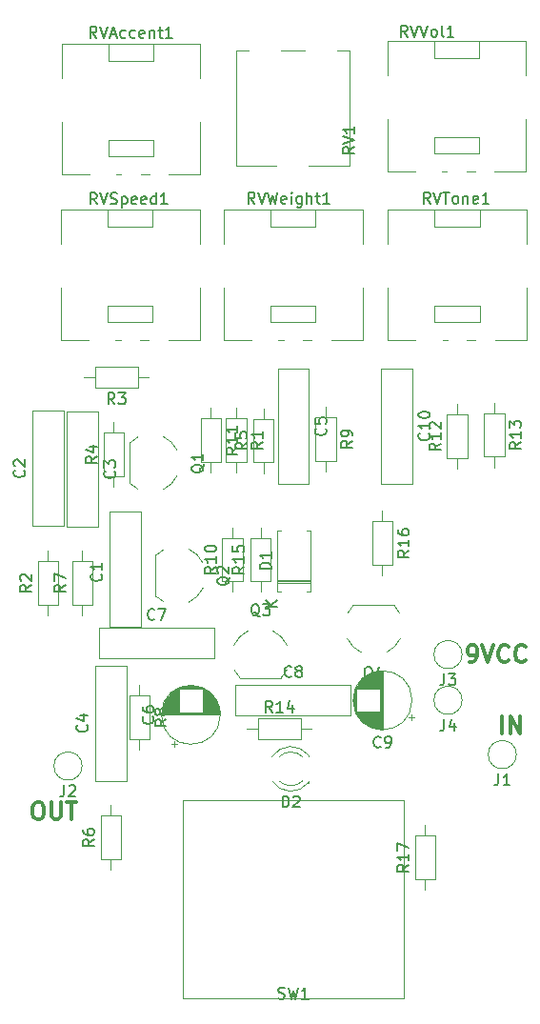
<source format=gbr>
%TF.GenerationSoftware,KiCad,Pcbnew,(6.0.5)*%
%TF.CreationDate,2023-03-15T03:11:22-03:00*%
%TF.ProjectId,Weslie,5765736c-6965-42e6-9b69-6361645f7063,rev?*%
%TF.SameCoordinates,Original*%
%TF.FileFunction,Legend,Top*%
%TF.FilePolarity,Positive*%
%FSLAX46Y46*%
G04 Gerber Fmt 4.6, Leading zero omitted, Abs format (unit mm)*
G04 Created by KiCad (PCBNEW (6.0.5)) date 2023-03-15 03:11:22*
%MOMM*%
%LPD*%
G01*
G04 APERTURE LIST*
%ADD10C,0.300000*%
%ADD11C,0.150000*%
%ADD12C,0.120000*%
G04 APERTURE END LIST*
D10*
X102981428Y-92118571D02*
X103267142Y-92118571D01*
X103410000Y-92047142D01*
X103481428Y-91975714D01*
X103624285Y-91761428D01*
X103695714Y-91475714D01*
X103695714Y-90904285D01*
X103624285Y-90761428D01*
X103552857Y-90690000D01*
X103410000Y-90618571D01*
X103124285Y-90618571D01*
X102981428Y-90690000D01*
X102910000Y-90761428D01*
X102838571Y-90904285D01*
X102838571Y-91261428D01*
X102910000Y-91404285D01*
X102981428Y-91475714D01*
X103124285Y-91547142D01*
X103410000Y-91547142D01*
X103552857Y-91475714D01*
X103624285Y-91404285D01*
X103695714Y-91261428D01*
X104124285Y-90618571D02*
X104624285Y-92118571D01*
X105124285Y-90618571D01*
X106481428Y-91975714D02*
X106410000Y-92047142D01*
X106195714Y-92118571D01*
X106052857Y-92118571D01*
X105838571Y-92047142D01*
X105695714Y-91904285D01*
X105624285Y-91761428D01*
X105552857Y-91475714D01*
X105552857Y-91261428D01*
X105624285Y-90975714D01*
X105695714Y-90832857D01*
X105838571Y-90690000D01*
X106052857Y-90618571D01*
X106195714Y-90618571D01*
X106410000Y-90690000D01*
X106481428Y-90761428D01*
X107981428Y-91975714D02*
X107910000Y-92047142D01*
X107695714Y-92118571D01*
X107552857Y-92118571D01*
X107338571Y-92047142D01*
X107195714Y-91904285D01*
X107124285Y-91761428D01*
X107052857Y-91475714D01*
X107052857Y-91261428D01*
X107124285Y-90975714D01*
X107195714Y-90832857D01*
X107338571Y-90690000D01*
X107552857Y-90618571D01*
X107695714Y-90618571D01*
X107910000Y-90690000D01*
X107981428Y-90761428D01*
X64540000Y-104588571D02*
X64825714Y-104588571D01*
X64968571Y-104660000D01*
X65111428Y-104802857D01*
X65182857Y-105088571D01*
X65182857Y-105588571D01*
X65111428Y-105874285D01*
X64968571Y-106017142D01*
X64825714Y-106088571D01*
X64540000Y-106088571D01*
X64397142Y-106017142D01*
X64254285Y-105874285D01*
X64182857Y-105588571D01*
X64182857Y-105088571D01*
X64254285Y-104802857D01*
X64397142Y-104660000D01*
X64540000Y-104588571D01*
X65825714Y-104588571D02*
X65825714Y-105802857D01*
X65897142Y-105945714D01*
X65968571Y-106017142D01*
X66111428Y-106088571D01*
X66397142Y-106088571D01*
X66540000Y-106017142D01*
X66611428Y-105945714D01*
X66682857Y-105802857D01*
X66682857Y-104588571D01*
X67182857Y-104588571D02*
X68040000Y-104588571D01*
X67611428Y-106088571D02*
X67611428Y-104588571D01*
X105894285Y-98468571D02*
X105894285Y-96968571D01*
X106608571Y-98468571D02*
X106608571Y-96968571D01*
X107465714Y-98468571D01*
X107465714Y-96968571D01*
D11*
%TO.C,C2*%
X63389142Y-75056666D02*
X63436761Y-75104285D01*
X63484380Y-75247142D01*
X63484380Y-75342380D01*
X63436761Y-75485238D01*
X63341523Y-75580476D01*
X63246285Y-75628095D01*
X63055809Y-75675714D01*
X62912952Y-75675714D01*
X62722476Y-75628095D01*
X62627238Y-75580476D01*
X62532000Y-75485238D01*
X62484380Y-75342380D01*
X62484380Y-75247142D01*
X62532000Y-75104285D01*
X62579619Y-75056666D01*
X62579619Y-74675714D02*
X62532000Y-74628095D01*
X62484380Y-74532857D01*
X62484380Y-74294761D01*
X62532000Y-74199523D01*
X62579619Y-74151904D01*
X62674857Y-74104285D01*
X62770095Y-74104285D01*
X62912952Y-74151904D01*
X63484380Y-74723333D01*
X63484380Y-74104285D01*
%TO.C,R1*%
X84617580Y-72556666D02*
X84141390Y-72890000D01*
X84617580Y-73128095D02*
X83617580Y-73128095D01*
X83617580Y-72747142D01*
X83665200Y-72651904D01*
X83712819Y-72604285D01*
X83808057Y-72556666D01*
X83950914Y-72556666D01*
X84046152Y-72604285D01*
X84093771Y-72651904D01*
X84141390Y-72747142D01*
X84141390Y-73128095D01*
X84617580Y-71604285D02*
X84617580Y-72175714D01*
X84617580Y-71890000D02*
X83617580Y-71890000D01*
X83760438Y-71985238D01*
X83855676Y-72080476D01*
X83903295Y-72175714D01*
%TO.C,C1*%
X70247142Y-84280666D02*
X70294761Y-84328285D01*
X70342380Y-84471142D01*
X70342380Y-84566380D01*
X70294761Y-84709238D01*
X70199523Y-84804476D01*
X70104285Y-84852095D01*
X69913809Y-84899714D01*
X69770952Y-84899714D01*
X69580476Y-84852095D01*
X69485238Y-84804476D01*
X69390000Y-84709238D01*
X69342380Y-84566380D01*
X69342380Y-84471142D01*
X69390000Y-84328285D01*
X69437619Y-84280666D01*
X70342380Y-83328285D02*
X70342380Y-83899714D01*
X70342380Y-83614000D02*
X69342380Y-83614000D01*
X69485238Y-83709238D01*
X69580476Y-83804476D01*
X69628095Y-83899714D01*
%TO.C,Q4*%
X94382761Y-93637619D02*
X94287523Y-93590000D01*
X94192285Y-93494761D01*
X94049428Y-93351904D01*
X93954190Y-93304285D01*
X93858952Y-93304285D01*
X93906571Y-93542380D02*
X93811333Y-93494761D01*
X93716095Y-93399523D01*
X93668476Y-93209047D01*
X93668476Y-92875714D01*
X93716095Y-92685238D01*
X93811333Y-92590000D01*
X93906571Y-92542380D01*
X94097047Y-92542380D01*
X94192285Y-92590000D01*
X94287523Y-92685238D01*
X94335142Y-92875714D01*
X94335142Y-93209047D01*
X94287523Y-93399523D01*
X94192285Y-93494761D01*
X94097047Y-93542380D01*
X93906571Y-93542380D01*
X95192285Y-92875714D02*
X95192285Y-93542380D01*
X94954190Y-92494761D02*
X94716095Y-93209047D01*
X95335142Y-93209047D01*
%TO.C,J4*%
X100758666Y-97206380D02*
X100758666Y-97920666D01*
X100711047Y-98063523D01*
X100615809Y-98158761D01*
X100472952Y-98206380D01*
X100377714Y-98206380D01*
X101663428Y-97539714D02*
X101663428Y-98206380D01*
X101425333Y-97158761D02*
X101187238Y-97873047D01*
X101806285Y-97873047D01*
%TO.C,J1*%
X105584666Y-102032380D02*
X105584666Y-102746666D01*
X105537047Y-102889523D01*
X105441809Y-102984761D01*
X105298952Y-103032380D01*
X105203714Y-103032380D01*
X106584666Y-103032380D02*
X106013238Y-103032380D01*
X106298952Y-103032380D02*
X106298952Y-102032380D01*
X106203714Y-102175238D01*
X106108476Y-102270476D01*
X106013238Y-102318095D01*
%TO.C,J2*%
X66976666Y-103048380D02*
X66976666Y-103762666D01*
X66929047Y-103905523D01*
X66833809Y-104000761D01*
X66690952Y-104048380D01*
X66595714Y-104048380D01*
X67405238Y-103143619D02*
X67452857Y-103096000D01*
X67548095Y-103048380D01*
X67786190Y-103048380D01*
X67881428Y-103096000D01*
X67929047Y-103143619D01*
X67976666Y-103238857D01*
X67976666Y-103334095D01*
X67929047Y-103476952D01*
X67357619Y-104048380D01*
X67976666Y-104048380D01*
%TO.C,J3*%
X100758666Y-93142380D02*
X100758666Y-93856666D01*
X100711047Y-93999523D01*
X100615809Y-94094761D01*
X100472952Y-94142380D01*
X100377714Y-94142380D01*
X101139619Y-93142380D02*
X101758666Y-93142380D01*
X101425333Y-93523333D01*
X101568190Y-93523333D01*
X101663428Y-93570952D01*
X101711047Y-93618571D01*
X101758666Y-93713809D01*
X101758666Y-93951904D01*
X101711047Y-94047142D01*
X101663428Y-94094761D01*
X101568190Y-94142380D01*
X101282476Y-94142380D01*
X101187238Y-94094761D01*
X101139619Y-94047142D01*
%TO.C,C7*%
X75017333Y-88281142D02*
X74969714Y-88328761D01*
X74826857Y-88376380D01*
X74731619Y-88376380D01*
X74588761Y-88328761D01*
X74493523Y-88233523D01*
X74445904Y-88138285D01*
X74398285Y-87947809D01*
X74398285Y-87804952D01*
X74445904Y-87614476D01*
X74493523Y-87519238D01*
X74588761Y-87424000D01*
X74731619Y-87376380D01*
X74826857Y-87376380D01*
X74969714Y-87424000D01*
X75017333Y-87471619D01*
X75350666Y-87376380D02*
X76017333Y-87376380D01*
X75588761Y-88376380D01*
%TO.C,D2*%
X86383904Y-105012380D02*
X86383904Y-104012380D01*
X86622000Y-104012380D01*
X86764857Y-104060000D01*
X86860095Y-104155238D01*
X86907714Y-104250476D01*
X86955333Y-104440952D01*
X86955333Y-104583809D01*
X86907714Y-104774285D01*
X86860095Y-104869523D01*
X86764857Y-104964761D01*
X86622000Y-105012380D01*
X86383904Y-105012380D01*
X87336285Y-104107619D02*
X87383904Y-104060000D01*
X87479142Y-104012380D01*
X87717238Y-104012380D01*
X87812476Y-104060000D01*
X87860095Y-104107619D01*
X87907714Y-104202857D01*
X87907714Y-104298095D01*
X87860095Y-104440952D01*
X87288666Y-105012380D01*
X87907714Y-105012380D01*
%TO.C,Q1*%
X79405619Y-74527238D02*
X79358000Y-74622476D01*
X79262761Y-74717714D01*
X79119904Y-74860571D01*
X79072285Y-74955809D01*
X79072285Y-75051047D01*
X79310380Y-75003428D02*
X79262761Y-75098666D01*
X79167523Y-75193904D01*
X78977047Y-75241523D01*
X78643714Y-75241523D01*
X78453238Y-75193904D01*
X78358000Y-75098666D01*
X78310380Y-75003428D01*
X78310380Y-74812952D01*
X78358000Y-74717714D01*
X78453238Y-74622476D01*
X78643714Y-74574857D01*
X78977047Y-74574857D01*
X79167523Y-74622476D01*
X79262761Y-74717714D01*
X79310380Y-74812952D01*
X79310380Y-75003428D01*
X79310380Y-73622476D02*
X79310380Y-74193904D01*
X79310380Y-73908190D02*
X78310380Y-73908190D01*
X78453238Y-74003428D01*
X78548476Y-74098666D01*
X78596095Y-74193904D01*
%TO.C,SW1*%
X85991866Y-121987161D02*
X86134723Y-122034780D01*
X86372819Y-122034780D01*
X86468057Y-121987161D01*
X86515676Y-121939542D01*
X86563295Y-121844304D01*
X86563295Y-121749066D01*
X86515676Y-121653828D01*
X86468057Y-121606209D01*
X86372819Y-121558590D01*
X86182342Y-121510971D01*
X86087104Y-121463352D01*
X86039485Y-121415733D01*
X85991866Y-121320495D01*
X85991866Y-121225257D01*
X86039485Y-121130019D01*
X86087104Y-121082400D01*
X86182342Y-121034780D01*
X86420438Y-121034780D01*
X86563295Y-121082400D01*
X86896628Y-121034780D02*
X87134723Y-122034780D01*
X87325200Y-121320495D01*
X87515676Y-122034780D01*
X87753771Y-121034780D01*
X88658533Y-122034780D02*
X88087104Y-122034780D01*
X88372819Y-122034780D02*
X88372819Y-121034780D01*
X88277580Y-121177638D01*
X88182342Y-121272876D01*
X88087104Y-121320495D01*
%TO.C,R17*%
X97592380Y-110116857D02*
X97116190Y-110450190D01*
X97592380Y-110688285D02*
X96592380Y-110688285D01*
X96592380Y-110307333D01*
X96640000Y-110212095D01*
X96687619Y-110164476D01*
X96782857Y-110116857D01*
X96925714Y-110116857D01*
X97020952Y-110164476D01*
X97068571Y-110212095D01*
X97116190Y-110307333D01*
X97116190Y-110688285D01*
X97592380Y-109164476D02*
X97592380Y-109735904D01*
X97592380Y-109450190D02*
X96592380Y-109450190D01*
X96735238Y-109545428D01*
X96830476Y-109640666D01*
X96878095Y-109735904D01*
X96592380Y-108831142D02*
X96592380Y-108164476D01*
X97592380Y-108593047D01*
%TO.C,R8*%
X76032380Y-97194666D02*
X75556190Y-97528000D01*
X76032380Y-97766095D02*
X75032380Y-97766095D01*
X75032380Y-97385142D01*
X75080000Y-97289904D01*
X75127619Y-97242285D01*
X75222857Y-97194666D01*
X75365714Y-97194666D01*
X75460952Y-97242285D01*
X75508571Y-97289904D01*
X75556190Y-97385142D01*
X75556190Y-97766095D01*
X75460952Y-96623238D02*
X75413333Y-96718476D01*
X75365714Y-96766095D01*
X75270476Y-96813714D01*
X75222857Y-96813714D01*
X75127619Y-96766095D01*
X75080000Y-96718476D01*
X75032380Y-96623238D01*
X75032380Y-96432761D01*
X75080000Y-96337523D01*
X75127619Y-96289904D01*
X75222857Y-96242285D01*
X75270476Y-96242285D01*
X75365714Y-96289904D01*
X75413333Y-96337523D01*
X75460952Y-96432761D01*
X75460952Y-96623238D01*
X75508571Y-96718476D01*
X75556190Y-96766095D01*
X75651428Y-96813714D01*
X75841904Y-96813714D01*
X75937142Y-96766095D01*
X75984761Y-96718476D01*
X76032380Y-96623238D01*
X76032380Y-96432761D01*
X75984761Y-96337523D01*
X75937142Y-96289904D01*
X75841904Y-96242285D01*
X75651428Y-96242285D01*
X75556190Y-96289904D01*
X75508571Y-96337523D01*
X75460952Y-96432761D01*
%TO.C,RVTone1*%
X99493676Y-51353980D02*
X99160342Y-50877790D01*
X98922247Y-51353980D02*
X98922247Y-50353980D01*
X99303200Y-50353980D01*
X99398438Y-50401600D01*
X99446057Y-50449219D01*
X99493676Y-50544457D01*
X99493676Y-50687314D01*
X99446057Y-50782552D01*
X99398438Y-50830171D01*
X99303200Y-50877790D01*
X98922247Y-50877790D01*
X99779390Y-50353980D02*
X100112723Y-51353980D01*
X100446057Y-50353980D01*
X100636533Y-50353980D02*
X101207961Y-50353980D01*
X100922247Y-51353980D02*
X100922247Y-50353980D01*
X101684152Y-51353980D02*
X101588914Y-51306361D01*
X101541295Y-51258742D01*
X101493676Y-51163504D01*
X101493676Y-50877790D01*
X101541295Y-50782552D01*
X101588914Y-50734933D01*
X101684152Y-50687314D01*
X101827009Y-50687314D01*
X101922247Y-50734933D01*
X101969866Y-50782552D01*
X102017485Y-50877790D01*
X102017485Y-51163504D01*
X101969866Y-51258742D01*
X101922247Y-51306361D01*
X101827009Y-51353980D01*
X101684152Y-51353980D01*
X102446057Y-50687314D02*
X102446057Y-51353980D01*
X102446057Y-50782552D02*
X102493676Y-50734933D01*
X102588914Y-50687314D01*
X102731771Y-50687314D01*
X102827009Y-50734933D01*
X102874628Y-50830171D01*
X102874628Y-51353980D01*
X103731771Y-51306361D02*
X103636533Y-51353980D01*
X103446057Y-51353980D01*
X103350819Y-51306361D01*
X103303200Y-51211123D01*
X103303200Y-50830171D01*
X103350819Y-50734933D01*
X103446057Y-50687314D01*
X103636533Y-50687314D01*
X103731771Y-50734933D01*
X103779390Y-50830171D01*
X103779390Y-50925409D01*
X103303200Y-51020647D01*
X104731771Y-51353980D02*
X104160342Y-51353980D01*
X104446057Y-51353980D02*
X104446057Y-50353980D01*
X104350819Y-50496838D01*
X104255580Y-50592076D01*
X104160342Y-50639695D01*
%TO.C,RVWeight1*%
X83894990Y-51353980D02*
X83561657Y-50877790D01*
X83323561Y-51353980D02*
X83323561Y-50353980D01*
X83704514Y-50353980D01*
X83799752Y-50401600D01*
X83847371Y-50449219D01*
X83894990Y-50544457D01*
X83894990Y-50687314D01*
X83847371Y-50782552D01*
X83799752Y-50830171D01*
X83704514Y-50877790D01*
X83323561Y-50877790D01*
X84180704Y-50353980D02*
X84514038Y-51353980D01*
X84847371Y-50353980D01*
X85085466Y-50353980D02*
X85323561Y-51353980D01*
X85514038Y-50639695D01*
X85704514Y-51353980D01*
X85942609Y-50353980D01*
X86704514Y-51306361D02*
X86609276Y-51353980D01*
X86418800Y-51353980D01*
X86323561Y-51306361D01*
X86275942Y-51211123D01*
X86275942Y-50830171D01*
X86323561Y-50734933D01*
X86418800Y-50687314D01*
X86609276Y-50687314D01*
X86704514Y-50734933D01*
X86752133Y-50830171D01*
X86752133Y-50925409D01*
X86275942Y-51020647D01*
X87180704Y-51353980D02*
X87180704Y-50687314D01*
X87180704Y-50353980D02*
X87133085Y-50401600D01*
X87180704Y-50449219D01*
X87228323Y-50401600D01*
X87180704Y-50353980D01*
X87180704Y-50449219D01*
X88085466Y-50687314D02*
X88085466Y-51496838D01*
X88037847Y-51592076D01*
X87990228Y-51639695D01*
X87894990Y-51687314D01*
X87752133Y-51687314D01*
X87656895Y-51639695D01*
X88085466Y-51306361D02*
X87990228Y-51353980D01*
X87799752Y-51353980D01*
X87704514Y-51306361D01*
X87656895Y-51258742D01*
X87609276Y-51163504D01*
X87609276Y-50877790D01*
X87656895Y-50782552D01*
X87704514Y-50734933D01*
X87799752Y-50687314D01*
X87990228Y-50687314D01*
X88085466Y-50734933D01*
X88561657Y-51353980D02*
X88561657Y-50353980D01*
X88990228Y-51353980D02*
X88990228Y-50830171D01*
X88942609Y-50734933D01*
X88847371Y-50687314D01*
X88704514Y-50687314D01*
X88609276Y-50734933D01*
X88561657Y-50782552D01*
X89323561Y-50687314D02*
X89704514Y-50687314D01*
X89466419Y-50353980D02*
X89466419Y-51211123D01*
X89514038Y-51306361D01*
X89609276Y-51353980D01*
X89704514Y-51353980D01*
X90561657Y-51353980D02*
X89990228Y-51353980D01*
X90275942Y-51353980D02*
X90275942Y-50353980D01*
X90180704Y-50496838D01*
X90085466Y-50592076D01*
X89990228Y-50639695D01*
%TO.C,R12*%
X100437180Y-72677257D02*
X99960990Y-73010590D01*
X100437180Y-73248685D02*
X99437180Y-73248685D01*
X99437180Y-72867733D01*
X99484800Y-72772495D01*
X99532419Y-72724876D01*
X99627657Y-72677257D01*
X99770514Y-72677257D01*
X99865752Y-72724876D01*
X99913371Y-72772495D01*
X99960990Y-72867733D01*
X99960990Y-73248685D01*
X100437180Y-71724876D02*
X100437180Y-72296304D01*
X100437180Y-72010590D02*
X99437180Y-72010590D01*
X99580038Y-72105828D01*
X99675276Y-72201066D01*
X99722895Y-72296304D01*
X99532419Y-71343923D02*
X99484800Y-71296304D01*
X99437180Y-71201066D01*
X99437180Y-70962971D01*
X99484800Y-70867733D01*
X99532419Y-70820114D01*
X99627657Y-70772495D01*
X99722895Y-70772495D01*
X99865752Y-70820114D01*
X100437180Y-71391542D01*
X100437180Y-70772495D01*
%TO.C,C8*%
X87169333Y-93361142D02*
X87121714Y-93408761D01*
X86978857Y-93456380D01*
X86883619Y-93456380D01*
X86740761Y-93408761D01*
X86645523Y-93313523D01*
X86597904Y-93218285D01*
X86550285Y-93027809D01*
X86550285Y-92884952D01*
X86597904Y-92694476D01*
X86645523Y-92599238D01*
X86740761Y-92504000D01*
X86883619Y-92456380D01*
X86978857Y-92456380D01*
X87121714Y-92504000D01*
X87169333Y-92551619D01*
X87740761Y-92884952D02*
X87645523Y-92837333D01*
X87597904Y-92789714D01*
X87550285Y-92694476D01*
X87550285Y-92646857D01*
X87597904Y-92551619D01*
X87645523Y-92504000D01*
X87740761Y-92456380D01*
X87931238Y-92456380D01*
X88026476Y-92504000D01*
X88074095Y-92551619D01*
X88121714Y-92646857D01*
X88121714Y-92694476D01*
X88074095Y-92789714D01*
X88026476Y-92837333D01*
X87931238Y-92884952D01*
X87740761Y-92884952D01*
X87645523Y-92932571D01*
X87597904Y-92980190D01*
X87550285Y-93075428D01*
X87550285Y-93265904D01*
X87597904Y-93361142D01*
X87645523Y-93408761D01*
X87740761Y-93456380D01*
X87931238Y-93456380D01*
X88026476Y-93408761D01*
X88074095Y-93361142D01*
X88121714Y-93265904D01*
X88121714Y-93075428D01*
X88074095Y-92980190D01*
X88026476Y-92932571D01*
X87931238Y-92884952D01*
%TO.C,R16*%
X97622380Y-82176857D02*
X97146190Y-82510190D01*
X97622380Y-82748285D02*
X96622380Y-82748285D01*
X96622380Y-82367333D01*
X96670000Y-82272095D01*
X96717619Y-82224476D01*
X96812857Y-82176857D01*
X96955714Y-82176857D01*
X97050952Y-82224476D01*
X97098571Y-82272095D01*
X97146190Y-82367333D01*
X97146190Y-82748285D01*
X97622380Y-81224476D02*
X97622380Y-81795904D01*
X97622380Y-81510190D02*
X96622380Y-81510190D01*
X96765238Y-81605428D01*
X96860476Y-81700666D01*
X96908095Y-81795904D01*
X96622380Y-80367333D02*
X96622380Y-80557809D01*
X96670000Y-80653047D01*
X96717619Y-80700666D01*
X96860476Y-80795904D01*
X97050952Y-80843523D01*
X97431904Y-80843523D01*
X97527142Y-80795904D01*
X97574761Y-80748285D01*
X97622380Y-80653047D01*
X97622380Y-80462571D01*
X97574761Y-80367333D01*
X97527142Y-80319714D01*
X97431904Y-80272095D01*
X97193809Y-80272095D01*
X97098571Y-80319714D01*
X97050952Y-80367333D01*
X97003333Y-80462571D01*
X97003333Y-80653047D01*
X97050952Y-80748285D01*
X97098571Y-80795904D01*
X97193809Y-80843523D01*
%TO.C,R10*%
X80472780Y-83650057D02*
X79996590Y-83983390D01*
X80472780Y-84221485D02*
X79472780Y-84221485D01*
X79472780Y-83840533D01*
X79520400Y-83745295D01*
X79568019Y-83697676D01*
X79663257Y-83650057D01*
X79806114Y-83650057D01*
X79901352Y-83697676D01*
X79948971Y-83745295D01*
X79996590Y-83840533D01*
X79996590Y-84221485D01*
X80472780Y-82697676D02*
X80472780Y-83269104D01*
X80472780Y-82983390D02*
X79472780Y-82983390D01*
X79615638Y-83078628D01*
X79710876Y-83173866D01*
X79758495Y-83269104D01*
X79472780Y-82078628D02*
X79472780Y-81983390D01*
X79520400Y-81888152D01*
X79568019Y-81840533D01*
X79663257Y-81792914D01*
X79853733Y-81745295D01*
X80091828Y-81745295D01*
X80282304Y-81792914D01*
X80377542Y-81840533D01*
X80425161Y-81888152D01*
X80472780Y-81983390D01*
X80472780Y-82078628D01*
X80425161Y-82173866D01*
X80377542Y-82221485D01*
X80282304Y-82269104D01*
X80091828Y-82316723D01*
X79853733Y-82316723D01*
X79663257Y-82269104D01*
X79568019Y-82221485D01*
X79520400Y-82173866D01*
X79472780Y-82078628D01*
%TO.C,R13*%
X107579180Y-72575657D02*
X107102990Y-72908990D01*
X107579180Y-73147085D02*
X106579180Y-73147085D01*
X106579180Y-72766133D01*
X106626800Y-72670895D01*
X106674419Y-72623276D01*
X106769657Y-72575657D01*
X106912514Y-72575657D01*
X107007752Y-72623276D01*
X107055371Y-72670895D01*
X107102990Y-72766133D01*
X107102990Y-73147085D01*
X107579180Y-71623276D02*
X107579180Y-72194704D01*
X107579180Y-71908990D02*
X106579180Y-71908990D01*
X106722038Y-72004228D01*
X106817276Y-72099466D01*
X106864895Y-72194704D01*
X106579180Y-71289942D02*
X106579180Y-70670895D01*
X106960133Y-71004228D01*
X106960133Y-70861371D01*
X107007752Y-70766133D01*
X107055371Y-70718514D01*
X107150609Y-70670895D01*
X107388704Y-70670895D01*
X107483942Y-70718514D01*
X107531561Y-70766133D01*
X107579180Y-70861371D01*
X107579180Y-71147085D01*
X107531561Y-71242323D01*
X107483942Y-71289942D01*
%TO.C,C4*%
X68977142Y-97702666D02*
X69024761Y-97750285D01*
X69072380Y-97893142D01*
X69072380Y-97988380D01*
X69024761Y-98131238D01*
X68929523Y-98226476D01*
X68834285Y-98274095D01*
X68643809Y-98321714D01*
X68500952Y-98321714D01*
X68310476Y-98274095D01*
X68215238Y-98226476D01*
X68120000Y-98131238D01*
X68072380Y-97988380D01*
X68072380Y-97893142D01*
X68120000Y-97750285D01*
X68167619Y-97702666D01*
X68405714Y-96845523D02*
X69072380Y-96845523D01*
X68024761Y-97083619D02*
X68739047Y-97321714D01*
X68739047Y-96702666D01*
%TO.C,C3*%
X71437142Y-75136666D02*
X71484761Y-75184285D01*
X71532380Y-75327142D01*
X71532380Y-75422380D01*
X71484761Y-75565238D01*
X71389523Y-75660476D01*
X71294285Y-75708095D01*
X71103809Y-75755714D01*
X70960952Y-75755714D01*
X70770476Y-75708095D01*
X70675238Y-75660476D01*
X70580000Y-75565238D01*
X70532380Y-75422380D01*
X70532380Y-75327142D01*
X70580000Y-75184285D01*
X70627619Y-75136666D01*
X70532380Y-74803333D02*
X70532380Y-74184285D01*
X70913333Y-74517619D01*
X70913333Y-74374761D01*
X70960952Y-74279523D01*
X71008571Y-74231904D01*
X71103809Y-74184285D01*
X71341904Y-74184285D01*
X71437142Y-74231904D01*
X71484761Y-74279523D01*
X71532380Y-74374761D01*
X71532380Y-74660476D01*
X71484761Y-74755714D01*
X71437142Y-74803333D01*
%TO.C,RVVol1*%
X97499504Y-36523380D02*
X97166171Y-36047190D01*
X96928076Y-36523380D02*
X96928076Y-35523380D01*
X97309028Y-35523380D01*
X97404266Y-35571000D01*
X97451885Y-35618619D01*
X97499504Y-35713857D01*
X97499504Y-35856714D01*
X97451885Y-35951952D01*
X97404266Y-35999571D01*
X97309028Y-36047190D01*
X96928076Y-36047190D01*
X97785219Y-35523380D02*
X98118552Y-36523380D01*
X98451885Y-35523380D01*
X98642361Y-35523380D02*
X98975695Y-36523380D01*
X99309028Y-35523380D01*
X99785219Y-36523380D02*
X99689980Y-36475761D01*
X99642361Y-36428142D01*
X99594742Y-36332904D01*
X99594742Y-36047190D01*
X99642361Y-35951952D01*
X99689980Y-35904333D01*
X99785219Y-35856714D01*
X99928076Y-35856714D01*
X100023314Y-35904333D01*
X100070933Y-35951952D01*
X100118552Y-36047190D01*
X100118552Y-36332904D01*
X100070933Y-36428142D01*
X100023314Y-36475761D01*
X99928076Y-36523380D01*
X99785219Y-36523380D01*
X100689980Y-36523380D02*
X100594742Y-36475761D01*
X100547123Y-36380523D01*
X100547123Y-35523380D01*
X101594742Y-36523380D02*
X101023314Y-36523380D01*
X101309028Y-36523380D02*
X101309028Y-35523380D01*
X101213790Y-35666238D01*
X101118552Y-35761476D01*
X101023314Y-35809095D01*
%TO.C,R11*%
X82382380Y-73032857D02*
X81906190Y-73366190D01*
X82382380Y-73604285D02*
X81382380Y-73604285D01*
X81382380Y-73223333D01*
X81430000Y-73128095D01*
X81477619Y-73080476D01*
X81572857Y-73032857D01*
X81715714Y-73032857D01*
X81810952Y-73080476D01*
X81858571Y-73128095D01*
X81906190Y-73223333D01*
X81906190Y-73604285D01*
X82382380Y-72080476D02*
X82382380Y-72651904D01*
X82382380Y-72366190D02*
X81382380Y-72366190D01*
X81525238Y-72461428D01*
X81620476Y-72556666D01*
X81668095Y-72651904D01*
X82382380Y-71128095D02*
X82382380Y-71699523D01*
X82382380Y-71413809D02*
X81382380Y-71413809D01*
X81525238Y-71509047D01*
X81620476Y-71604285D01*
X81668095Y-71699523D01*
%TO.C,R3*%
X71461333Y-69174380D02*
X71128000Y-68698190D01*
X70889904Y-69174380D02*
X70889904Y-68174380D01*
X71270857Y-68174380D01*
X71366095Y-68222000D01*
X71413714Y-68269619D01*
X71461333Y-68364857D01*
X71461333Y-68507714D01*
X71413714Y-68602952D01*
X71366095Y-68650571D01*
X71270857Y-68698190D01*
X70889904Y-68698190D01*
X71794666Y-68174380D02*
X72413714Y-68174380D01*
X72080380Y-68555333D01*
X72223238Y-68555333D01*
X72318476Y-68602952D01*
X72366095Y-68650571D01*
X72413714Y-68745809D01*
X72413714Y-68983904D01*
X72366095Y-69079142D01*
X72318476Y-69126761D01*
X72223238Y-69174380D01*
X71937523Y-69174380D01*
X71842285Y-69126761D01*
X71794666Y-69079142D01*
%TO.C,C5*%
X90182342Y-71326666D02*
X90229961Y-71374285D01*
X90277580Y-71517142D01*
X90277580Y-71612380D01*
X90229961Y-71755238D01*
X90134723Y-71850476D01*
X90039485Y-71898095D01*
X89849009Y-71945714D01*
X89706152Y-71945714D01*
X89515676Y-71898095D01*
X89420438Y-71850476D01*
X89325200Y-71755238D01*
X89277580Y-71612380D01*
X89277580Y-71517142D01*
X89325200Y-71374285D01*
X89372819Y-71326666D01*
X89277580Y-70421904D02*
X89277580Y-70898095D01*
X89753771Y-70945714D01*
X89706152Y-70898095D01*
X89658533Y-70802857D01*
X89658533Y-70564761D01*
X89706152Y-70469523D01*
X89753771Y-70421904D01*
X89849009Y-70374285D01*
X90087104Y-70374285D01*
X90182342Y-70421904D01*
X90229961Y-70469523D01*
X90277580Y-70564761D01*
X90277580Y-70802857D01*
X90229961Y-70898095D01*
X90182342Y-70945714D01*
%TO.C,C10*%
X99377142Y-71762857D02*
X99424761Y-71810476D01*
X99472380Y-71953333D01*
X99472380Y-72048571D01*
X99424761Y-72191428D01*
X99329523Y-72286666D01*
X99234285Y-72334285D01*
X99043809Y-72381904D01*
X98900952Y-72381904D01*
X98710476Y-72334285D01*
X98615238Y-72286666D01*
X98520000Y-72191428D01*
X98472380Y-72048571D01*
X98472380Y-71953333D01*
X98520000Y-71810476D01*
X98567619Y-71762857D01*
X99472380Y-70810476D02*
X99472380Y-71381904D01*
X99472380Y-71096190D02*
X98472380Y-71096190D01*
X98615238Y-71191428D01*
X98710476Y-71286666D01*
X98758095Y-71381904D01*
X98472380Y-70191428D02*
X98472380Y-70096190D01*
X98520000Y-70000952D01*
X98567619Y-69953333D01*
X98662857Y-69905714D01*
X98853333Y-69858095D01*
X99091428Y-69858095D01*
X99281904Y-69905714D01*
X99377142Y-69953333D01*
X99424761Y-70000952D01*
X99472380Y-70096190D01*
X99472380Y-70191428D01*
X99424761Y-70286666D01*
X99377142Y-70334285D01*
X99281904Y-70381904D01*
X99091428Y-70429523D01*
X98853333Y-70429523D01*
X98662857Y-70381904D01*
X98567619Y-70334285D01*
X98520000Y-70286666D01*
X98472380Y-70191428D01*
%TO.C,Q2*%
X81691619Y-84534838D02*
X81644000Y-84630076D01*
X81548761Y-84725314D01*
X81405904Y-84868171D01*
X81358285Y-84963409D01*
X81358285Y-85058647D01*
X81596380Y-85011028D02*
X81548761Y-85106266D01*
X81453523Y-85201504D01*
X81263047Y-85249123D01*
X80929714Y-85249123D01*
X80739238Y-85201504D01*
X80644000Y-85106266D01*
X80596380Y-85011028D01*
X80596380Y-84820552D01*
X80644000Y-84725314D01*
X80739238Y-84630076D01*
X80929714Y-84582457D01*
X81263047Y-84582457D01*
X81453523Y-84630076D01*
X81548761Y-84725314D01*
X81596380Y-84820552D01*
X81596380Y-85011028D01*
X80691619Y-84201504D02*
X80644000Y-84153885D01*
X80596380Y-84058647D01*
X80596380Y-83820552D01*
X80644000Y-83725314D01*
X80691619Y-83677695D01*
X80786857Y-83630076D01*
X80882095Y-83630076D01*
X81024952Y-83677695D01*
X81596380Y-84249123D01*
X81596380Y-83630076D01*
%TO.C,R15*%
X82961980Y-83650057D02*
X82485790Y-83983390D01*
X82961980Y-84221485D02*
X81961980Y-84221485D01*
X81961980Y-83840533D01*
X82009600Y-83745295D01*
X82057219Y-83697676D01*
X82152457Y-83650057D01*
X82295314Y-83650057D01*
X82390552Y-83697676D01*
X82438171Y-83745295D01*
X82485790Y-83840533D01*
X82485790Y-84221485D01*
X82961980Y-82697676D02*
X82961980Y-83269104D01*
X82961980Y-82983390D02*
X81961980Y-82983390D01*
X82104838Y-83078628D01*
X82200076Y-83173866D01*
X82247695Y-83269104D01*
X81961980Y-81792914D02*
X81961980Y-82269104D01*
X82438171Y-82316723D01*
X82390552Y-82269104D01*
X82342933Y-82173866D01*
X82342933Y-81935771D01*
X82390552Y-81840533D01*
X82438171Y-81792914D01*
X82533409Y-81745295D01*
X82771504Y-81745295D01*
X82866742Y-81792914D01*
X82914361Y-81840533D01*
X82961980Y-81935771D01*
X82961980Y-82173866D01*
X82914361Y-82269104D01*
X82866742Y-82316723D01*
%TO.C,RVSpeed1*%
X69861466Y-51404780D02*
X69528133Y-50928590D01*
X69290038Y-51404780D02*
X69290038Y-50404780D01*
X69670990Y-50404780D01*
X69766228Y-50452400D01*
X69813847Y-50500019D01*
X69861466Y-50595257D01*
X69861466Y-50738114D01*
X69813847Y-50833352D01*
X69766228Y-50880971D01*
X69670990Y-50928590D01*
X69290038Y-50928590D01*
X70147180Y-50404780D02*
X70480514Y-51404780D01*
X70813847Y-50404780D01*
X71099561Y-51357161D02*
X71242419Y-51404780D01*
X71480514Y-51404780D01*
X71575752Y-51357161D01*
X71623371Y-51309542D01*
X71670990Y-51214304D01*
X71670990Y-51119066D01*
X71623371Y-51023828D01*
X71575752Y-50976209D01*
X71480514Y-50928590D01*
X71290038Y-50880971D01*
X71194800Y-50833352D01*
X71147180Y-50785733D01*
X71099561Y-50690495D01*
X71099561Y-50595257D01*
X71147180Y-50500019D01*
X71194800Y-50452400D01*
X71290038Y-50404780D01*
X71528133Y-50404780D01*
X71670990Y-50452400D01*
X72099561Y-50738114D02*
X72099561Y-51738114D01*
X72099561Y-50785733D02*
X72194800Y-50738114D01*
X72385276Y-50738114D01*
X72480514Y-50785733D01*
X72528133Y-50833352D01*
X72575752Y-50928590D01*
X72575752Y-51214304D01*
X72528133Y-51309542D01*
X72480514Y-51357161D01*
X72385276Y-51404780D01*
X72194800Y-51404780D01*
X72099561Y-51357161D01*
X73385276Y-51357161D02*
X73290038Y-51404780D01*
X73099561Y-51404780D01*
X73004323Y-51357161D01*
X72956704Y-51261923D01*
X72956704Y-50880971D01*
X73004323Y-50785733D01*
X73099561Y-50738114D01*
X73290038Y-50738114D01*
X73385276Y-50785733D01*
X73432895Y-50880971D01*
X73432895Y-50976209D01*
X72956704Y-51071447D01*
X74242419Y-51357161D02*
X74147180Y-51404780D01*
X73956704Y-51404780D01*
X73861466Y-51357161D01*
X73813847Y-51261923D01*
X73813847Y-50880971D01*
X73861466Y-50785733D01*
X73956704Y-50738114D01*
X74147180Y-50738114D01*
X74242419Y-50785733D01*
X74290038Y-50880971D01*
X74290038Y-50976209D01*
X73813847Y-51071447D01*
X75147180Y-51404780D02*
X75147180Y-50404780D01*
X75147180Y-51357161D02*
X75051942Y-51404780D01*
X74861466Y-51404780D01*
X74766228Y-51357161D01*
X74718609Y-51309542D01*
X74670990Y-51214304D01*
X74670990Y-50928590D01*
X74718609Y-50833352D01*
X74766228Y-50785733D01*
X74861466Y-50738114D01*
X75051942Y-50738114D01*
X75147180Y-50785733D01*
X76147180Y-51404780D02*
X75575752Y-51404780D01*
X75861466Y-51404780D02*
X75861466Y-50404780D01*
X75766228Y-50547638D01*
X75670990Y-50642876D01*
X75575752Y-50690495D01*
%TO.C,Q3*%
X84344361Y-88059619D02*
X84249123Y-88012000D01*
X84153885Y-87916761D01*
X84011028Y-87773904D01*
X83915790Y-87726285D01*
X83820552Y-87726285D01*
X83868171Y-87964380D02*
X83772933Y-87916761D01*
X83677695Y-87821523D01*
X83630076Y-87631047D01*
X83630076Y-87297714D01*
X83677695Y-87107238D01*
X83772933Y-87012000D01*
X83868171Y-86964380D01*
X84058647Y-86964380D01*
X84153885Y-87012000D01*
X84249123Y-87107238D01*
X84296742Y-87297714D01*
X84296742Y-87631047D01*
X84249123Y-87821523D01*
X84153885Y-87916761D01*
X84058647Y-87964380D01*
X83868171Y-87964380D01*
X84630076Y-86964380D02*
X85249123Y-86964380D01*
X84915790Y-87345333D01*
X85058647Y-87345333D01*
X85153885Y-87392952D01*
X85201504Y-87440571D01*
X85249123Y-87535809D01*
X85249123Y-87773904D01*
X85201504Y-87869142D01*
X85153885Y-87916761D01*
X85058647Y-87964380D01*
X84772933Y-87964380D01*
X84677695Y-87916761D01*
X84630076Y-87869142D01*
%TO.C,D1*%
X85358380Y-83846895D02*
X84358380Y-83846895D01*
X84358380Y-83608800D01*
X84406000Y-83465942D01*
X84501238Y-83370704D01*
X84596476Y-83323085D01*
X84786952Y-83275466D01*
X84929809Y-83275466D01*
X85120285Y-83323085D01*
X85215523Y-83370704D01*
X85310761Y-83465942D01*
X85358380Y-83608800D01*
X85358380Y-83846895D01*
X85358380Y-82323085D02*
X85358380Y-82894514D01*
X85358380Y-82608800D02*
X84358380Y-82608800D01*
X84501238Y-82704038D01*
X84596476Y-82799276D01*
X84644095Y-82894514D01*
X85928380Y-87180704D02*
X84928380Y-87180704D01*
X85928380Y-86609276D02*
X85356952Y-87037847D01*
X84928380Y-86609276D02*
X85499809Y-87180704D01*
%TO.C,RV1*%
X92758580Y-46315238D02*
X92282390Y-46648571D01*
X92758580Y-46886666D02*
X91758580Y-46886666D01*
X91758580Y-46505714D01*
X91806200Y-46410476D01*
X91853819Y-46362857D01*
X91949057Y-46315238D01*
X92091914Y-46315238D01*
X92187152Y-46362857D01*
X92234771Y-46410476D01*
X92282390Y-46505714D01*
X92282390Y-46886666D01*
X91758580Y-46029523D02*
X92758580Y-45696190D01*
X91758580Y-45362857D01*
X92758580Y-44505714D02*
X92758580Y-45077142D01*
X92758580Y-44791428D02*
X91758580Y-44791428D01*
X91901438Y-44886666D01*
X91996676Y-44981904D01*
X92044295Y-45077142D01*
%TO.C,R4*%
X69906380Y-73826666D02*
X69430190Y-74160000D01*
X69906380Y-74398095D02*
X68906380Y-74398095D01*
X68906380Y-74017142D01*
X68954000Y-73921904D01*
X69001619Y-73874285D01*
X69096857Y-73826666D01*
X69239714Y-73826666D01*
X69334952Y-73874285D01*
X69382571Y-73921904D01*
X69430190Y-74017142D01*
X69430190Y-74398095D01*
X69239714Y-72969523D02*
X69906380Y-72969523D01*
X68858761Y-73207619D02*
X69573047Y-73445714D01*
X69573047Y-72826666D01*
%TO.C,C9*%
X95103333Y-99611142D02*
X95055714Y-99658761D01*
X94912857Y-99706380D01*
X94817619Y-99706380D01*
X94674761Y-99658761D01*
X94579523Y-99563523D01*
X94531904Y-99468285D01*
X94484285Y-99277809D01*
X94484285Y-99134952D01*
X94531904Y-98944476D01*
X94579523Y-98849238D01*
X94674761Y-98754000D01*
X94817619Y-98706380D01*
X94912857Y-98706380D01*
X95055714Y-98754000D01*
X95103333Y-98801619D01*
X95579523Y-99706380D02*
X95770000Y-99706380D01*
X95865238Y-99658761D01*
X95912857Y-99611142D01*
X96008095Y-99468285D01*
X96055714Y-99277809D01*
X96055714Y-98896857D01*
X96008095Y-98801619D01*
X95960476Y-98754000D01*
X95865238Y-98706380D01*
X95674761Y-98706380D01*
X95579523Y-98754000D01*
X95531904Y-98801619D01*
X95484285Y-98896857D01*
X95484285Y-99134952D01*
X95531904Y-99230190D01*
X95579523Y-99277809D01*
X95674761Y-99325428D01*
X95865238Y-99325428D01*
X95960476Y-99277809D01*
X96008095Y-99230190D01*
X96055714Y-99134952D01*
%TO.C,R7*%
X67112380Y-85256666D02*
X66636190Y-85590000D01*
X67112380Y-85828095D02*
X66112380Y-85828095D01*
X66112380Y-85447142D01*
X66160000Y-85351904D01*
X66207619Y-85304285D01*
X66302857Y-85256666D01*
X66445714Y-85256666D01*
X66540952Y-85304285D01*
X66588571Y-85351904D01*
X66636190Y-85447142D01*
X66636190Y-85828095D01*
X66112380Y-84923333D02*
X66112380Y-84256666D01*
X67112380Y-84685238D01*
%TO.C,C6*%
X74839142Y-96960666D02*
X74886761Y-97008285D01*
X74934380Y-97151142D01*
X74934380Y-97246380D01*
X74886761Y-97389238D01*
X74791523Y-97484476D01*
X74696285Y-97532095D01*
X74505809Y-97579714D01*
X74362952Y-97579714D01*
X74172476Y-97532095D01*
X74077238Y-97484476D01*
X73982000Y-97389238D01*
X73934380Y-97246380D01*
X73934380Y-97151142D01*
X73982000Y-97008285D01*
X74029619Y-96960666D01*
X73934380Y-96103523D02*
X73934380Y-96294000D01*
X73982000Y-96389238D01*
X74029619Y-96436857D01*
X74172476Y-96532095D01*
X74362952Y-96579714D01*
X74743904Y-96579714D01*
X74839142Y-96532095D01*
X74886761Y-96484476D01*
X74934380Y-96389238D01*
X74934380Y-96198761D01*
X74886761Y-96103523D01*
X74839142Y-96055904D01*
X74743904Y-96008285D01*
X74505809Y-96008285D01*
X74410571Y-96055904D01*
X74362952Y-96103523D01*
X74315333Y-96198761D01*
X74315333Y-96389238D01*
X74362952Y-96484476D01*
X74410571Y-96532095D01*
X74505809Y-96579714D01*
%TO.C,R6*%
X69652380Y-107862666D02*
X69176190Y-108196000D01*
X69652380Y-108434095D02*
X68652380Y-108434095D01*
X68652380Y-108053142D01*
X68700000Y-107957904D01*
X68747619Y-107910285D01*
X68842857Y-107862666D01*
X68985714Y-107862666D01*
X69080952Y-107910285D01*
X69128571Y-107957904D01*
X69176190Y-108053142D01*
X69176190Y-108434095D01*
X68652380Y-107005523D02*
X68652380Y-107196000D01*
X68700000Y-107291238D01*
X68747619Y-107338857D01*
X68890476Y-107434095D01*
X69080952Y-107481714D01*
X69461904Y-107481714D01*
X69557142Y-107434095D01*
X69604761Y-107386476D01*
X69652380Y-107291238D01*
X69652380Y-107100761D01*
X69604761Y-107005523D01*
X69557142Y-106957904D01*
X69461904Y-106910285D01*
X69223809Y-106910285D01*
X69128571Y-106957904D01*
X69080952Y-107005523D01*
X69033333Y-107100761D01*
X69033333Y-107291238D01*
X69080952Y-107386476D01*
X69128571Y-107434095D01*
X69223809Y-107481714D01*
%TO.C,RVAccent1*%
X69850380Y-36621980D02*
X69517047Y-36145790D01*
X69278952Y-36621980D02*
X69278952Y-35621980D01*
X69659904Y-35621980D01*
X69755142Y-35669600D01*
X69802761Y-35717219D01*
X69850380Y-35812457D01*
X69850380Y-35955314D01*
X69802761Y-36050552D01*
X69755142Y-36098171D01*
X69659904Y-36145790D01*
X69278952Y-36145790D01*
X70136095Y-35621980D02*
X70469428Y-36621980D01*
X70802761Y-35621980D01*
X71088476Y-36336266D02*
X71564666Y-36336266D01*
X70993238Y-36621980D02*
X71326571Y-35621980D01*
X71659904Y-36621980D01*
X72421809Y-36574361D02*
X72326571Y-36621980D01*
X72136095Y-36621980D01*
X72040857Y-36574361D01*
X71993238Y-36526742D01*
X71945619Y-36431504D01*
X71945619Y-36145790D01*
X71993238Y-36050552D01*
X72040857Y-36002933D01*
X72136095Y-35955314D01*
X72326571Y-35955314D01*
X72421809Y-36002933D01*
X73278952Y-36574361D02*
X73183714Y-36621980D01*
X72993238Y-36621980D01*
X72898000Y-36574361D01*
X72850380Y-36526742D01*
X72802761Y-36431504D01*
X72802761Y-36145790D01*
X72850380Y-36050552D01*
X72898000Y-36002933D01*
X72993238Y-35955314D01*
X73183714Y-35955314D01*
X73278952Y-36002933D01*
X74088476Y-36574361D02*
X73993238Y-36621980D01*
X73802761Y-36621980D01*
X73707523Y-36574361D01*
X73659904Y-36479123D01*
X73659904Y-36098171D01*
X73707523Y-36002933D01*
X73802761Y-35955314D01*
X73993238Y-35955314D01*
X74088476Y-36002933D01*
X74136095Y-36098171D01*
X74136095Y-36193409D01*
X73659904Y-36288647D01*
X74564666Y-35955314D02*
X74564666Y-36621980D01*
X74564666Y-36050552D02*
X74612285Y-36002933D01*
X74707523Y-35955314D01*
X74850380Y-35955314D01*
X74945619Y-36002933D01*
X74993238Y-36098171D01*
X74993238Y-36621980D01*
X75326571Y-35955314D02*
X75707523Y-35955314D01*
X75469428Y-35621980D02*
X75469428Y-36479123D01*
X75517047Y-36574361D01*
X75612285Y-36621980D01*
X75707523Y-36621980D01*
X76564666Y-36621980D02*
X75993238Y-36621980D01*
X76278952Y-36621980D02*
X76278952Y-35621980D01*
X76183714Y-35764838D01*
X76088476Y-35860076D01*
X75993238Y-35907695D01*
%TO.C,R5*%
X83215980Y-72607466D02*
X82739790Y-72940800D01*
X83215980Y-73178895D02*
X82215980Y-73178895D01*
X82215980Y-72797942D01*
X82263600Y-72702704D01*
X82311219Y-72655085D01*
X82406457Y-72607466D01*
X82549314Y-72607466D01*
X82644552Y-72655085D01*
X82692171Y-72702704D01*
X82739790Y-72797942D01*
X82739790Y-73178895D01*
X82215980Y-71702704D02*
X82215980Y-72178895D01*
X82692171Y-72226514D01*
X82644552Y-72178895D01*
X82596933Y-72083657D01*
X82596933Y-71845561D01*
X82644552Y-71750323D01*
X82692171Y-71702704D01*
X82787409Y-71655085D01*
X83025504Y-71655085D01*
X83120742Y-71702704D01*
X83168361Y-71750323D01*
X83215980Y-71845561D01*
X83215980Y-72083657D01*
X83168361Y-72178895D01*
X83120742Y-72226514D01*
%TO.C,R9*%
X92593180Y-72455066D02*
X92116990Y-72788400D01*
X92593180Y-73026495D02*
X91593180Y-73026495D01*
X91593180Y-72645542D01*
X91640800Y-72550304D01*
X91688419Y-72502685D01*
X91783657Y-72455066D01*
X91926514Y-72455066D01*
X92021752Y-72502685D01*
X92069371Y-72550304D01*
X92116990Y-72645542D01*
X92116990Y-73026495D01*
X92593180Y-71978876D02*
X92593180Y-71788400D01*
X92545561Y-71693161D01*
X92497942Y-71645542D01*
X92355085Y-71550304D01*
X92164609Y-71502685D01*
X91783657Y-71502685D01*
X91688419Y-71550304D01*
X91640800Y-71597923D01*
X91593180Y-71693161D01*
X91593180Y-71883638D01*
X91640800Y-71978876D01*
X91688419Y-72026495D01*
X91783657Y-72074114D01*
X92021752Y-72074114D01*
X92116990Y-72026495D01*
X92164609Y-71978876D01*
X92212228Y-71883638D01*
X92212228Y-71693161D01*
X92164609Y-71597923D01*
X92116990Y-71550304D01*
X92021752Y-71502685D01*
%TO.C,R2*%
X64064380Y-85256666D02*
X63588190Y-85590000D01*
X64064380Y-85828095D02*
X63064380Y-85828095D01*
X63064380Y-85447142D01*
X63112000Y-85351904D01*
X63159619Y-85304285D01*
X63254857Y-85256666D01*
X63397714Y-85256666D01*
X63492952Y-85304285D01*
X63540571Y-85351904D01*
X63588190Y-85447142D01*
X63588190Y-85828095D01*
X63159619Y-84875714D02*
X63112000Y-84828095D01*
X63064380Y-84732857D01*
X63064380Y-84494761D01*
X63112000Y-84399523D01*
X63159619Y-84351904D01*
X63254857Y-84304285D01*
X63350095Y-84304285D01*
X63492952Y-84351904D01*
X64064380Y-84923333D01*
X64064380Y-84304285D01*
%TO.C,R14*%
X85463142Y-96576380D02*
X85129809Y-96100190D01*
X84891714Y-96576380D02*
X84891714Y-95576380D01*
X85272666Y-95576380D01*
X85367904Y-95624000D01*
X85415523Y-95671619D01*
X85463142Y-95766857D01*
X85463142Y-95909714D01*
X85415523Y-96004952D01*
X85367904Y-96052571D01*
X85272666Y-96100190D01*
X84891714Y-96100190D01*
X86415523Y-96576380D02*
X85844095Y-96576380D01*
X86129809Y-96576380D02*
X86129809Y-95576380D01*
X86034571Y-95719238D01*
X85939333Y-95814476D01*
X85844095Y-95862095D01*
X87272666Y-95909714D02*
X87272666Y-96576380D01*
X87034571Y-95528761D02*
X86796476Y-96243047D01*
X87415523Y-96243047D01*
D12*
%TO.C,C2*%
X66902000Y-80010000D02*
X66902000Y-69770000D01*
X64162000Y-80010000D02*
X66902000Y-80010000D01*
X64162000Y-69770000D02*
X66902000Y-69770000D01*
X64162000Y-80010000D02*
X64162000Y-69770000D01*
%TO.C,R1*%
X82245200Y-75260000D02*
X82245200Y-74310000D01*
X83165200Y-74310000D02*
X83165200Y-70470000D01*
X81325200Y-70470000D02*
X81325200Y-74310000D01*
X81325200Y-74310000D02*
X83165200Y-74310000D01*
X82245200Y-69520000D02*
X82245200Y-70470000D01*
X83165200Y-70470000D02*
X81325200Y-70470000D01*
%TO.C,C1*%
X71020000Y-78700000D02*
X73760000Y-78700000D01*
X73760000Y-88940000D02*
X73760000Y-78700000D01*
X71020000Y-88940000D02*
X71020000Y-78700000D01*
X71020000Y-88940000D02*
X73760000Y-88940000D01*
%TO.C,Q4*%
X96288000Y-87050000D02*
X92688000Y-87050000D01*
X96812184Y-87777205D02*
G75*
G03*
X96288000Y-87050000I-2324184J-1122795D01*
G01*
X92132543Y-89998371D02*
G75*
G03*
X93378000Y-91250000I2355457J1098371D01*
G01*
X95628000Y-91250000D02*
G75*
G03*
X96855199Y-90003842I-1140000J2350000D01*
G01*
X92688000Y-87050000D02*
G75*
G03*
X92163816Y-87777205I1800000J-1850000D01*
G01*
%TO.C,J4*%
X102343000Y-95504000D02*
G75*
G03*
X102343000Y-95504000I-1251000J0D01*
G01*
%TO.C,J1*%
X107169000Y-100330000D02*
G75*
G03*
X107169000Y-100330000I-1251000J0D01*
G01*
%TO.C,J2*%
X68561000Y-101346000D02*
G75*
G03*
X68561000Y-101346000I-1251000J0D01*
G01*
%TO.C,J3*%
X102343000Y-91440000D02*
G75*
G03*
X102343000Y-91440000I-1251000J0D01*
G01*
%TO.C,C7*%
X80304000Y-89054000D02*
X80304000Y-91794000D01*
X70064000Y-89054000D02*
X80304000Y-89054000D01*
X70064000Y-91794000D02*
X80304000Y-91794000D01*
X70064000Y-89054000D02*
X70064000Y-91794000D01*
%TO.C,D2*%
X88682000Y-102836000D02*
X88682000Y-102680000D01*
X88682000Y-100520000D02*
X88682000Y-100364000D01*
X86080870Y-102679837D02*
G75*
G03*
X88162961Y-102680000I1041130J1079837D01*
G01*
X88682000Y-100364484D02*
G75*
G03*
X85449665Y-100521392I-1560000J-1235516D01*
G01*
X88162961Y-100520000D02*
G75*
G03*
X86080870Y-100520163I-1040961J-1080000D01*
G01*
X85449665Y-102678608D02*
G75*
G03*
X88682000Y-102835516I1672335J1078608D01*
G01*
%TO.C,Q1*%
X72818000Y-72622000D02*
X72818000Y-76222000D01*
X73545205Y-72097816D02*
G75*
G03*
X72818000Y-72622000I1122795J-2324184D01*
G01*
X75766371Y-76777457D02*
G75*
G03*
X77018000Y-75532000I-1098371J2355457D01*
G01*
X77018000Y-73282000D02*
G75*
G03*
X75771842Y-72054801I-2350000J-1140000D01*
G01*
X72818000Y-76222000D02*
G75*
G03*
X73545205Y-76746184I1850000J1800000D01*
G01*
%TO.C,SW1*%
X77525200Y-121982400D02*
X97125200Y-121982400D01*
X97125200Y-121982400D02*
X97125200Y-104382400D01*
X97125200Y-104382400D02*
X77525200Y-104382400D01*
X77525200Y-104382400D02*
X77525200Y-121982400D01*
%TO.C,R17*%
X99980000Y-107554000D02*
X98140000Y-107554000D01*
X98140000Y-107554000D02*
X98140000Y-111394000D01*
X99980000Y-111394000D02*
X99980000Y-107554000D01*
X99060000Y-106604000D02*
X99060000Y-107554000D01*
X98140000Y-111394000D02*
X99980000Y-111394000D01*
X99060000Y-112344000D02*
X99060000Y-111394000D01*
%TO.C,R8*%
X74580000Y-95108000D02*
X72740000Y-95108000D01*
X74580000Y-98948000D02*
X74580000Y-95108000D01*
X72740000Y-95108000D02*
X72740000Y-98948000D01*
X72740000Y-98948000D02*
X74580000Y-98948000D01*
X73660000Y-99898000D02*
X73660000Y-98948000D01*
X73660000Y-94158000D02*
X73660000Y-95108000D01*
%TO.C,RVTone1*%
X95734800Y-51929000D02*
X108074800Y-51929000D01*
X100604800Y-63519000D02*
X101034800Y-63519000D01*
X105274800Y-63519000D02*
X108074800Y-63519000D01*
X95734800Y-63519000D02*
X98204800Y-63519000D01*
X102775800Y-63519000D02*
X103534800Y-63519000D01*
X108074800Y-63519000D02*
X108074800Y-58853000D01*
X108074800Y-54944000D02*
X108074800Y-51929000D01*
X95734800Y-63519000D02*
X95734800Y-58853000D01*
X95734800Y-54944000D02*
X95734800Y-51929000D01*
X99904800Y-61899000D02*
X103904800Y-61899000D01*
X103904800Y-61899000D02*
X103904800Y-60399000D01*
X103904800Y-60399000D02*
X99904800Y-60399000D01*
X99904800Y-60399000D02*
X99904800Y-61899000D01*
X99904800Y-53399000D02*
X103904800Y-53399000D01*
X103904800Y-53399000D02*
X103904800Y-51899000D01*
X103904800Y-51899000D02*
X99904800Y-51899000D01*
X99904800Y-51899000D02*
X99904800Y-53399000D01*
%TO.C,RVWeight1*%
X81155200Y-54944000D02*
X81155200Y-51929000D01*
X90695200Y-63519000D02*
X93495200Y-63519000D01*
X93495200Y-63519000D02*
X93495200Y-58853000D01*
X86025200Y-63519000D02*
X86455200Y-63519000D01*
X81155200Y-51929000D02*
X93495200Y-51929000D01*
X81155200Y-63519000D02*
X81155200Y-58853000D01*
X81155200Y-63519000D02*
X83625200Y-63519000D01*
X93495200Y-54944000D02*
X93495200Y-51929000D01*
X88196200Y-63519000D02*
X88955200Y-63519000D01*
X85325200Y-61899000D02*
X89325200Y-61899000D01*
X89325200Y-61899000D02*
X89325200Y-60399000D01*
X89325200Y-60399000D02*
X85325200Y-60399000D01*
X85325200Y-60399000D02*
X85325200Y-61899000D01*
X85325200Y-53399000D02*
X89325200Y-53399000D01*
X89325200Y-53399000D02*
X89325200Y-51899000D01*
X89325200Y-51899000D02*
X85325200Y-51899000D01*
X85325200Y-51899000D02*
X85325200Y-53399000D01*
%TO.C,R12*%
X100984800Y-70114400D02*
X100984800Y-73954400D01*
X102824800Y-70114400D02*
X100984800Y-70114400D01*
X102824800Y-73954400D02*
X102824800Y-70114400D01*
X101904800Y-74904400D02*
X101904800Y-73954400D01*
X101904800Y-69164400D02*
X101904800Y-70114400D01*
X100984800Y-73954400D02*
X102824800Y-73954400D01*
%TO.C,C8*%
X92456000Y-94134000D02*
X92456000Y-96874000D01*
X82216000Y-94134000D02*
X92456000Y-94134000D01*
X82216000Y-94134000D02*
X82216000Y-96874000D01*
X82216000Y-96874000D02*
X92456000Y-96874000D01*
%TO.C,R16*%
X96170000Y-79614000D02*
X94330000Y-79614000D01*
X95250000Y-78664000D02*
X95250000Y-79614000D01*
X94330000Y-79614000D02*
X94330000Y-83454000D01*
X96170000Y-83454000D02*
X96170000Y-79614000D01*
X94330000Y-83454000D02*
X96170000Y-83454000D01*
X95250000Y-84404000D02*
X95250000Y-83454000D01*
%TO.C,R10*%
X81020400Y-84927200D02*
X82860400Y-84927200D01*
X81940400Y-85877200D02*
X81940400Y-84927200D01*
X82860400Y-84927200D02*
X82860400Y-81087200D01*
X81020400Y-81087200D02*
X81020400Y-84927200D01*
X81940400Y-80137200D02*
X81940400Y-81087200D01*
X82860400Y-81087200D02*
X81020400Y-81087200D01*
%TO.C,R13*%
X106126800Y-70012800D02*
X104286800Y-70012800D01*
X104286800Y-70012800D02*
X104286800Y-73852800D01*
X106126800Y-73852800D02*
X106126800Y-70012800D01*
X104286800Y-73852800D02*
X106126800Y-73852800D01*
X105206800Y-69062800D02*
X105206800Y-70012800D01*
X105206800Y-74802800D02*
X105206800Y-73852800D01*
%TO.C,C4*%
X69750000Y-102656000D02*
X72490000Y-102656000D01*
X69750000Y-92416000D02*
X72490000Y-92416000D01*
X69750000Y-102656000D02*
X69750000Y-92416000D01*
X72490000Y-102656000D02*
X72490000Y-92416000D01*
%TO.C,C3*%
X69950000Y-69850000D02*
X67210000Y-69850000D01*
X69950000Y-80090000D02*
X67210000Y-80090000D01*
X67210000Y-69850000D02*
X67210000Y-80090000D01*
X69950000Y-69850000D02*
X69950000Y-80090000D01*
%TO.C,RVVol1*%
X95684000Y-36943000D02*
X108024000Y-36943000D01*
X95684000Y-48533000D02*
X98154000Y-48533000D01*
X100554000Y-48533000D02*
X100984000Y-48533000D01*
X95684000Y-48533000D02*
X95684000Y-43867000D01*
X105224000Y-48533000D02*
X108024000Y-48533000D01*
X102725000Y-48533000D02*
X103484000Y-48533000D01*
X108024000Y-39958000D02*
X108024000Y-36943000D01*
X108024000Y-48533000D02*
X108024000Y-43867000D01*
X95684000Y-39958000D02*
X95684000Y-36943000D01*
X99854000Y-46913000D02*
X103854000Y-46913000D01*
X103854000Y-46913000D02*
X103854000Y-45413000D01*
X103854000Y-45413000D02*
X99854000Y-45413000D01*
X99854000Y-45413000D02*
X99854000Y-46913000D01*
X99854000Y-38413000D02*
X103854000Y-38413000D01*
X103854000Y-38413000D02*
X103854000Y-36913000D01*
X103854000Y-36913000D02*
X99854000Y-36913000D01*
X99854000Y-36913000D02*
X99854000Y-38413000D01*
%TO.C,R11*%
X79090000Y-74310000D02*
X80930000Y-74310000D01*
X80930000Y-74310000D02*
X80930000Y-70470000D01*
X80010000Y-69520000D02*
X80010000Y-70470000D01*
X80010000Y-75260000D02*
X80010000Y-74310000D01*
X79090000Y-70470000D02*
X79090000Y-74310000D01*
X80930000Y-70470000D02*
X79090000Y-70470000D01*
%TO.C,R3*%
X73548000Y-65882000D02*
X69708000Y-65882000D01*
X74498000Y-66802000D02*
X73548000Y-66802000D01*
X73548000Y-67722000D02*
X73548000Y-65882000D01*
X69708000Y-65882000D02*
X69708000Y-67722000D01*
X69708000Y-67722000D02*
X73548000Y-67722000D01*
X68758000Y-66802000D02*
X69708000Y-66802000D01*
%TO.C,C5*%
X88695200Y-66040000D02*
X88695200Y-76280000D01*
X88695200Y-76280000D02*
X85955200Y-76280000D01*
X88695200Y-66040000D02*
X85955200Y-66040000D01*
X85955200Y-66040000D02*
X85955200Y-76280000D01*
%TO.C,C10*%
X97890000Y-76240000D02*
X95150000Y-76240000D01*
X97890000Y-66000000D02*
X95150000Y-66000000D01*
X97890000Y-66000000D02*
X97890000Y-76240000D01*
X95150000Y-66000000D02*
X95150000Y-76240000D01*
%TO.C,Q2*%
X75104000Y-82629600D02*
X75104000Y-86229600D01*
X75104000Y-86229600D02*
G75*
G03*
X75831205Y-86753784I1850000J1800000D01*
G01*
X75831205Y-82105416D02*
G75*
G03*
X75104000Y-82629600I1122795J-2324184D01*
G01*
X78052371Y-86785057D02*
G75*
G03*
X79304000Y-85539600I-1098371J2355457D01*
G01*
X79304000Y-83289600D02*
G75*
G03*
X78057842Y-82062401I-2350000J-1140000D01*
G01*
%TO.C,R15*%
X84429600Y-85877200D02*
X84429600Y-84927200D01*
X83509600Y-84927200D02*
X85349600Y-84927200D01*
X85349600Y-81087200D02*
X83509600Y-81087200D01*
X85349600Y-84927200D02*
X85349600Y-81087200D01*
X83509600Y-81087200D02*
X83509600Y-84927200D01*
X84429600Y-80137200D02*
X84429600Y-81087200D01*
%TO.C,RVSpeed1*%
X71547200Y-63519000D02*
X71977200Y-63519000D01*
X76217200Y-63519000D02*
X79017200Y-63519000D01*
X66677200Y-54944000D02*
X66677200Y-51929000D01*
X66677200Y-63519000D02*
X66677200Y-58853000D01*
X66677200Y-51929000D02*
X79017200Y-51929000D01*
X79017200Y-54944000D02*
X79017200Y-51929000D01*
X79017200Y-63519000D02*
X79017200Y-58853000D01*
X73718200Y-63519000D02*
X74477200Y-63519000D01*
X66677200Y-63519000D02*
X69147200Y-63519000D01*
X70847200Y-61899000D02*
X74847200Y-61899000D01*
X74847200Y-61899000D02*
X74847200Y-60399000D01*
X74847200Y-60399000D02*
X70847200Y-60399000D01*
X70847200Y-60399000D02*
X70847200Y-61899000D01*
X70847200Y-53399000D02*
X74847200Y-53399000D01*
X74847200Y-53399000D02*
X74847200Y-51899000D01*
X74847200Y-51899000D02*
X70847200Y-51899000D01*
X70847200Y-51899000D02*
X70847200Y-53399000D01*
%TO.C,Q3*%
X82629600Y-93552000D02*
X86229600Y-93552000D01*
X83289600Y-89352000D02*
G75*
G03*
X82062401Y-90598158I1140000J-2350000D01*
G01*
X86229600Y-93552000D02*
G75*
G03*
X86753784Y-92824795I-1800000J1850000D01*
G01*
X86785057Y-90603629D02*
G75*
G03*
X85539600Y-89352000I-2355457J-1098371D01*
G01*
X82105416Y-92824795D02*
G75*
G03*
X82629600Y-93552000I2324184J1122795D01*
G01*
%TO.C,D1*%
X86236000Y-85828800D02*
X85906000Y-85828800D01*
X88846000Y-80388800D02*
X88516000Y-80388800D01*
X85906000Y-85828800D02*
X85906000Y-80388800D01*
X88516000Y-85828800D02*
X88846000Y-85828800D01*
X85906000Y-84928800D02*
X88846000Y-84928800D01*
X85906000Y-84808800D02*
X88846000Y-84808800D01*
X85906000Y-85048800D02*
X88846000Y-85048800D01*
X88846000Y-85828800D02*
X88846000Y-80388800D01*
X85906000Y-80388800D02*
X86236000Y-80388800D01*
%TO.C,RV1*%
X85860200Y-48016800D02*
X82265200Y-48016800D01*
X92306200Y-48016800D02*
X88710200Y-48016800D01*
X88359200Y-37776800D02*
X86210200Y-37776800D01*
X92306200Y-37776800D02*
X92306200Y-48016800D01*
X82265200Y-37776800D02*
X82265200Y-48016800D01*
X92306200Y-37776800D02*
X91211200Y-37776800D01*
X83360200Y-37776800D02*
X82265200Y-37776800D01*
%TO.C,R4*%
X72294000Y-75580000D02*
X72294000Y-71740000D01*
X71374000Y-76530000D02*
X71374000Y-75580000D01*
X70454000Y-75580000D02*
X72294000Y-75580000D01*
X71374000Y-70790000D02*
X71374000Y-71740000D01*
X72294000Y-71740000D02*
X70454000Y-71740000D01*
X70454000Y-71740000D02*
X70454000Y-75580000D01*
%TO.C,C9*%
X94710000Y-94464000D02*
X94710000Y-92984000D01*
X93029000Y-94464000D02*
X93029000Y-94185000D01*
X95270000Y-98084000D02*
X95270000Y-92924000D01*
X94750000Y-98032000D02*
X94750000Y-96544000D01*
X93229000Y-94464000D02*
X93229000Y-93899000D01*
X93869000Y-97679000D02*
X93869000Y-96544000D01*
X93989000Y-97751000D02*
X93989000Y-96544000D01*
X95030000Y-98073000D02*
X95030000Y-96544000D01*
X94509000Y-94464000D02*
X94509000Y-93036000D01*
X94469000Y-94464000D02*
X94469000Y-93049000D01*
X94149000Y-97833000D02*
X94149000Y-96544000D01*
X94509000Y-97972000D02*
X94509000Y-96544000D01*
X94269000Y-97886000D02*
X94269000Y-96544000D01*
X94429000Y-94464000D02*
X94429000Y-93062000D01*
X93749000Y-94464000D02*
X93749000Y-93409000D01*
X93669000Y-94464000D02*
X93669000Y-93469000D01*
X98074775Y-96979000D02*
X97574775Y-96979000D01*
X95190000Y-98083000D02*
X95190000Y-92925000D01*
X94590000Y-94464000D02*
X94590000Y-93013000D01*
X93109000Y-94464000D02*
X93109000Y-94061000D01*
X93269000Y-97157000D02*
X93269000Y-96544000D01*
X94269000Y-94464000D02*
X94269000Y-93122000D01*
X94630000Y-94464000D02*
X94630000Y-93003000D01*
X94189000Y-94464000D02*
X94189000Y-93156000D01*
X93029000Y-96823000D02*
X93029000Y-96544000D01*
X94549000Y-97984000D02*
X94549000Y-96544000D01*
X94309000Y-94464000D02*
X94309000Y-93106000D01*
X93349000Y-94464000D02*
X93349000Y-93761000D01*
X93189000Y-97058000D02*
X93189000Y-96544000D01*
X92989000Y-94464000D02*
X92989000Y-94253000D01*
X93069000Y-96887000D02*
X93069000Y-96544000D01*
X93229000Y-97109000D02*
X93229000Y-96544000D01*
X94870000Y-98054000D02*
X94870000Y-96544000D01*
X94750000Y-94464000D02*
X94750000Y-92976000D01*
X94950000Y-94464000D02*
X94950000Y-92943000D01*
X93829000Y-94464000D02*
X93829000Y-93355000D01*
X93709000Y-97569000D02*
X93709000Y-96544000D01*
X93909000Y-97704000D02*
X93909000Y-96544000D01*
X94790000Y-98040000D02*
X94790000Y-96544000D01*
X93509000Y-97405000D02*
X93509000Y-96544000D01*
X93589000Y-97475000D02*
X93589000Y-96544000D01*
X94469000Y-97959000D02*
X94469000Y-96544000D01*
X93549000Y-94464000D02*
X93549000Y-93567000D01*
X94349000Y-97918000D02*
X94349000Y-96544000D01*
X94910000Y-94464000D02*
X94910000Y-92948000D01*
X94229000Y-94464000D02*
X94229000Y-93139000D01*
X94429000Y-97946000D02*
X94429000Y-96544000D01*
X95230000Y-98084000D02*
X95230000Y-92924000D01*
X93309000Y-97203000D02*
X93309000Y-96544000D01*
X95070000Y-98077000D02*
X95070000Y-92931000D01*
X92989000Y-96755000D02*
X92989000Y-96544000D01*
X94349000Y-94464000D02*
X94349000Y-93090000D01*
X93549000Y-97441000D02*
X93549000Y-96544000D01*
X93269000Y-94464000D02*
X93269000Y-93851000D01*
X94950000Y-98065000D02*
X94950000Y-96544000D01*
X94830000Y-98047000D02*
X94830000Y-96544000D01*
X93429000Y-97330000D02*
X93429000Y-96544000D01*
X94830000Y-94464000D02*
X94830000Y-92961000D01*
X93389000Y-94464000D02*
X93389000Y-93719000D01*
X93629000Y-94464000D02*
X93629000Y-93500000D01*
X93669000Y-97539000D02*
X93669000Y-96544000D01*
X94549000Y-94464000D02*
X94549000Y-93024000D01*
X92709000Y-96022000D02*
X92709000Y-94986000D01*
X93429000Y-94464000D02*
X93429000Y-93678000D01*
X95150000Y-98082000D02*
X95150000Y-92926000D01*
X93469000Y-94464000D02*
X93469000Y-93640000D01*
X93749000Y-97599000D02*
X93749000Y-96544000D01*
X93989000Y-94464000D02*
X93989000Y-93257000D01*
X93109000Y-96947000D02*
X93109000Y-96544000D01*
X92749000Y-96181000D02*
X92749000Y-94827000D01*
X94309000Y-97902000D02*
X94309000Y-96544000D01*
X93149000Y-97004000D02*
X93149000Y-96544000D01*
X93949000Y-94464000D02*
X93949000Y-93280000D01*
X93789000Y-94464000D02*
X93789000Y-93382000D01*
X94870000Y-94464000D02*
X94870000Y-92954000D01*
X93149000Y-94464000D02*
X93149000Y-94004000D01*
X92669000Y-95788000D02*
X92669000Y-95220000D01*
X95110000Y-98080000D02*
X95110000Y-92928000D01*
X92949000Y-96682000D02*
X92949000Y-94326000D01*
X93589000Y-94464000D02*
X93589000Y-93533000D01*
X93949000Y-97728000D02*
X93949000Y-96544000D01*
X95030000Y-94464000D02*
X95030000Y-92935000D01*
X97824775Y-97229000D02*
X97824775Y-96729000D01*
X93629000Y-97508000D02*
X93629000Y-96544000D01*
X94990000Y-98069000D02*
X94990000Y-96544000D01*
X94109000Y-97814000D02*
X94109000Y-96544000D01*
X94069000Y-94464000D02*
X94069000Y-93214000D01*
X94189000Y-97852000D02*
X94189000Y-96544000D01*
X93709000Y-94464000D02*
X93709000Y-93439000D01*
X93869000Y-94464000D02*
X93869000Y-93329000D01*
X92829000Y-96419000D02*
X92829000Y-94589000D01*
X94670000Y-94464000D02*
X94670000Y-92993000D01*
X93829000Y-97653000D02*
X93829000Y-96544000D01*
X94069000Y-97794000D02*
X94069000Y-96544000D01*
X94029000Y-97772000D02*
X94029000Y-96544000D01*
X94229000Y-97869000D02*
X94229000Y-96544000D01*
X92869000Y-96515000D02*
X92869000Y-94493000D01*
X94710000Y-98024000D02*
X94710000Y-96544000D01*
X94389000Y-97932000D02*
X94389000Y-96544000D01*
X93909000Y-94464000D02*
X93909000Y-93304000D01*
X93469000Y-97368000D02*
X93469000Y-96544000D01*
X94670000Y-98015000D02*
X94670000Y-96544000D01*
X94389000Y-94464000D02*
X94389000Y-93076000D01*
X93349000Y-97247000D02*
X93349000Y-96544000D01*
X94910000Y-98060000D02*
X94910000Y-96544000D01*
X93069000Y-94464000D02*
X93069000Y-94121000D01*
X93189000Y-94464000D02*
X93189000Y-93950000D01*
X94630000Y-98005000D02*
X94630000Y-96544000D01*
X94790000Y-94464000D02*
X94790000Y-92968000D01*
X92789000Y-96309000D02*
X92789000Y-94699000D01*
X93789000Y-97626000D02*
X93789000Y-96544000D01*
X94029000Y-94464000D02*
X94029000Y-93236000D01*
X94590000Y-97995000D02*
X94590000Y-96544000D01*
X94149000Y-94464000D02*
X94149000Y-93175000D01*
X92909000Y-96602000D02*
X92909000Y-94406000D01*
X93509000Y-94464000D02*
X93509000Y-93603000D01*
X94109000Y-94464000D02*
X94109000Y-93194000D01*
X93389000Y-97289000D02*
X93389000Y-96544000D01*
X94990000Y-94464000D02*
X94990000Y-92939000D01*
X93309000Y-94464000D02*
X93309000Y-93805000D01*
X97890000Y-95504000D02*
G75*
G03*
X97890000Y-95504000I-2620000J0D01*
G01*
%TO.C,R7*%
X67660000Y-83170000D02*
X67660000Y-87010000D01*
X69500000Y-83170000D02*
X67660000Y-83170000D01*
X67660000Y-87010000D02*
X69500000Y-87010000D01*
X68580000Y-82220000D02*
X68580000Y-83170000D01*
X69500000Y-87010000D02*
X69500000Y-83170000D01*
X68580000Y-87960000D02*
X68580000Y-87010000D01*
%TO.C,C6*%
X75689000Y-96354000D02*
X77192000Y-96354000D01*
X75654000Y-96674000D02*
X80810000Y-96674000D01*
X79272000Y-95073000D02*
X80169000Y-95073000D01*
X76083000Y-95353000D02*
X77192000Y-95353000D01*
X75731000Y-96154000D02*
X77192000Y-96154000D01*
X79272000Y-96234000D02*
X80752000Y-96234000D01*
X79272000Y-94713000D02*
X79786000Y-94713000D01*
X79272000Y-95553000D02*
X80500000Y-95553000D01*
X79272000Y-95513000D02*
X80479000Y-95513000D01*
X75777000Y-95993000D02*
X77192000Y-95993000D01*
X79272000Y-94993000D02*
X80096000Y-94993000D01*
X79272000Y-96154000D02*
X80733000Y-96154000D01*
X76261000Y-95113000D02*
X77192000Y-95113000D01*
X79272000Y-94673000D02*
X79732000Y-94673000D01*
X75659000Y-96594000D02*
X80805000Y-96594000D01*
X79272000Y-95033000D02*
X80133000Y-95033000D01*
X75656000Y-96634000D02*
X80808000Y-96634000D01*
X76981000Y-94513000D02*
X77192000Y-94513000D01*
X75653000Y-96714000D02*
X80811000Y-96714000D01*
X75721000Y-96194000D02*
X77192000Y-96194000D01*
X79272000Y-94553000D02*
X79551000Y-94553000D01*
X76489000Y-94873000D02*
X77192000Y-94873000D01*
X79272000Y-95433000D02*
X80432000Y-95433000D01*
X79272000Y-95673000D02*
X80561000Y-95673000D01*
X79272000Y-96434000D02*
X80788000Y-96434000D01*
X79272000Y-95913000D02*
X80660000Y-95913000D01*
X77134000Y-94433000D02*
X79330000Y-94433000D01*
X79272000Y-95953000D02*
X80674000Y-95953000D01*
X76368000Y-94993000D02*
X77192000Y-94993000D01*
X75884000Y-95713000D02*
X77192000Y-95713000D01*
X79272000Y-95113000D02*
X80203000Y-95113000D01*
X76913000Y-94553000D02*
X77192000Y-94553000D01*
X77221000Y-94393000D02*
X79243000Y-94393000D01*
X75663000Y-96554000D02*
X77192000Y-96554000D01*
X75922000Y-95633000D02*
X77192000Y-95633000D01*
X79272000Y-94873000D02*
X79975000Y-94873000D01*
X79272000Y-96474000D02*
X80793000Y-96474000D01*
X79272000Y-95633000D02*
X80542000Y-95633000D01*
X75667000Y-96514000D02*
X77192000Y-96514000D01*
X75964000Y-95553000D02*
X77192000Y-95553000D01*
X79272000Y-95993000D02*
X80687000Y-95993000D01*
X76137000Y-95273000D02*
X77192000Y-95273000D01*
X76447000Y-94913000D02*
X77192000Y-94913000D01*
X79272000Y-94753000D02*
X79837000Y-94753000D01*
X79272000Y-94953000D02*
X80058000Y-94953000D01*
X79272000Y-96314000D02*
X80768000Y-96314000D01*
X75818000Y-95873000D02*
X77192000Y-95873000D01*
X75671000Y-96474000D02*
X77192000Y-96474000D01*
X77555000Y-94273000D02*
X78909000Y-94273000D01*
X76507000Y-99348775D02*
X77007000Y-99348775D01*
X79272000Y-94633000D02*
X79675000Y-94633000D01*
X75834000Y-95833000D02*
X77192000Y-95833000D01*
X76197000Y-95193000D02*
X77192000Y-95193000D01*
X79272000Y-95833000D02*
X80630000Y-95833000D01*
X75652000Y-96754000D02*
X80812000Y-96754000D01*
X75867000Y-95753000D02*
X77192000Y-95753000D01*
X77054000Y-94473000D02*
X79410000Y-94473000D01*
X76331000Y-95033000D02*
X77192000Y-95033000D01*
X76732000Y-94673000D02*
X77192000Y-94673000D01*
X76627000Y-94753000D02*
X77192000Y-94753000D01*
X76579000Y-94793000D02*
X77192000Y-94793000D01*
X79272000Y-94793000D02*
X79885000Y-94793000D01*
X75652000Y-96794000D02*
X80812000Y-96794000D01*
X79272000Y-95593000D02*
X80522000Y-95593000D01*
X79272000Y-95233000D02*
X80297000Y-95233000D01*
X75696000Y-96314000D02*
X77192000Y-96314000D01*
X79272000Y-95793000D02*
X80614000Y-95793000D01*
X79272000Y-94913000D02*
X80017000Y-94913000D01*
X76228000Y-95153000D02*
X77192000Y-95153000D01*
X79272000Y-96354000D02*
X80775000Y-96354000D01*
X79272000Y-96033000D02*
X80700000Y-96033000D01*
X75764000Y-96033000D02*
X77192000Y-96033000D01*
X79272000Y-94593000D02*
X79615000Y-94593000D01*
X79272000Y-96394000D02*
X80782000Y-96394000D01*
X76110000Y-95313000D02*
X77192000Y-95313000D01*
X79272000Y-96274000D02*
X80760000Y-96274000D01*
X75850000Y-95793000D02*
X77192000Y-95793000D01*
X79272000Y-96514000D02*
X80797000Y-96514000D01*
X76533000Y-94833000D02*
X77192000Y-94833000D01*
X77317000Y-94353000D02*
X79147000Y-94353000D01*
X79272000Y-94833000D02*
X79931000Y-94833000D01*
X79272000Y-95273000D02*
X80327000Y-95273000D01*
X76789000Y-94633000D02*
X77192000Y-94633000D01*
X75903000Y-95673000D02*
X77192000Y-95673000D01*
X79272000Y-96554000D02*
X80801000Y-96554000D01*
X76057000Y-95393000D02*
X77192000Y-95393000D01*
X75741000Y-96114000D02*
X77192000Y-96114000D01*
X75942000Y-95593000D02*
X77192000Y-95593000D01*
X79272000Y-96114000D02*
X80723000Y-96114000D01*
X75752000Y-96073000D02*
X77192000Y-96073000D01*
X75790000Y-95953000D02*
X77192000Y-95953000D01*
X75704000Y-96274000D02*
X77192000Y-96274000D01*
X76406000Y-94953000D02*
X77192000Y-94953000D01*
X79272000Y-96194000D02*
X80743000Y-96194000D01*
X79272000Y-95353000D02*
X80381000Y-95353000D01*
X77714000Y-94233000D02*
X78750000Y-94233000D01*
X76295000Y-95073000D02*
X77192000Y-95073000D01*
X75985000Y-95513000D02*
X77192000Y-95513000D01*
X77948000Y-94193000D02*
X78516000Y-94193000D01*
X76849000Y-94593000D02*
X77192000Y-94593000D01*
X79272000Y-95193000D02*
X80267000Y-95193000D01*
X76167000Y-95233000D02*
X77192000Y-95233000D01*
X76032000Y-95433000D02*
X77192000Y-95433000D01*
X79272000Y-96073000D02*
X80712000Y-96073000D01*
X79272000Y-95393000D02*
X80407000Y-95393000D01*
X76678000Y-94713000D02*
X77192000Y-94713000D01*
X79272000Y-94513000D02*
X79483000Y-94513000D01*
X75682000Y-96394000D02*
X77192000Y-96394000D01*
X75676000Y-96434000D02*
X77192000Y-96434000D01*
X75804000Y-95913000D02*
X77192000Y-95913000D01*
X79272000Y-95873000D02*
X80646000Y-95873000D01*
X79272000Y-95753000D02*
X80597000Y-95753000D01*
X79272000Y-95153000D02*
X80236000Y-95153000D01*
X76757000Y-99598775D02*
X76757000Y-99098775D01*
X79272000Y-95713000D02*
X80580000Y-95713000D01*
X79272000Y-95473000D02*
X80456000Y-95473000D01*
X79272000Y-95313000D02*
X80354000Y-95313000D01*
X75712000Y-96234000D02*
X77192000Y-96234000D01*
X77427000Y-94313000D02*
X79037000Y-94313000D01*
X76008000Y-95473000D02*
X77192000Y-95473000D01*
X80852000Y-96794000D02*
G75*
G03*
X80852000Y-96794000I-2620000J0D01*
G01*
%TO.C,R6*%
X72040000Y-105776000D02*
X70200000Y-105776000D01*
X70200000Y-105776000D02*
X70200000Y-109616000D01*
X72040000Y-109616000D02*
X72040000Y-105776000D01*
X71120000Y-104826000D02*
X71120000Y-105776000D01*
X70200000Y-109616000D02*
X72040000Y-109616000D01*
X71120000Y-110566000D02*
X71120000Y-109616000D01*
%TO.C,RVAccent1*%
X66728000Y-37197000D02*
X79068000Y-37197000D01*
X71598000Y-48787000D02*
X72028000Y-48787000D01*
X66728000Y-48787000D02*
X66728000Y-44121000D01*
X66728000Y-48787000D02*
X69198000Y-48787000D01*
X66728000Y-40212000D02*
X66728000Y-37197000D01*
X79068000Y-40212000D02*
X79068000Y-37197000D01*
X76268000Y-48787000D02*
X79068000Y-48787000D01*
X73769000Y-48787000D02*
X74528000Y-48787000D01*
X79068000Y-48787000D02*
X79068000Y-44121000D01*
X70898000Y-38667000D02*
X74898000Y-38667000D01*
X74898000Y-38667000D02*
X74898000Y-37167000D01*
X74898000Y-37167000D02*
X70898000Y-37167000D01*
X70898000Y-37167000D02*
X70898000Y-38667000D01*
X70898000Y-47167000D02*
X74898000Y-47167000D01*
X74898000Y-47167000D02*
X74898000Y-45667000D01*
X74898000Y-45667000D02*
X70898000Y-45667000D01*
X70898000Y-45667000D02*
X70898000Y-47167000D01*
%TO.C,R5*%
X83763600Y-74360800D02*
X85603600Y-74360800D01*
X83763600Y-70520800D02*
X83763600Y-74360800D01*
X85603600Y-70520800D02*
X83763600Y-70520800D01*
X85603600Y-74360800D02*
X85603600Y-70520800D01*
X84683600Y-75310800D02*
X84683600Y-74360800D01*
X84683600Y-69570800D02*
X84683600Y-70520800D01*
%TO.C,R9*%
X91140800Y-74208400D02*
X91140800Y-70368400D01*
X91140800Y-70368400D02*
X89300800Y-70368400D01*
X89300800Y-74208400D02*
X91140800Y-74208400D01*
X90220800Y-69418400D02*
X90220800Y-70368400D01*
X89300800Y-70368400D02*
X89300800Y-74208400D01*
X90220800Y-75158400D02*
X90220800Y-74208400D01*
%TO.C,R2*%
X64612000Y-87010000D02*
X66452000Y-87010000D01*
X65532000Y-82220000D02*
X65532000Y-83170000D01*
X66452000Y-83170000D02*
X64612000Y-83170000D01*
X64612000Y-83170000D02*
X64612000Y-87010000D01*
X66452000Y-87010000D02*
X66452000Y-83170000D01*
X65532000Y-87960000D02*
X65532000Y-87010000D01*
%TO.C,R14*%
X88026000Y-97124000D02*
X84186000Y-97124000D01*
X88026000Y-98964000D02*
X88026000Y-97124000D01*
X84186000Y-97124000D02*
X84186000Y-98964000D01*
X83236000Y-98044000D02*
X84186000Y-98044000D01*
X88976000Y-98044000D02*
X88026000Y-98044000D01*
X84186000Y-98964000D02*
X88026000Y-98964000D01*
%TD*%
M02*

</source>
